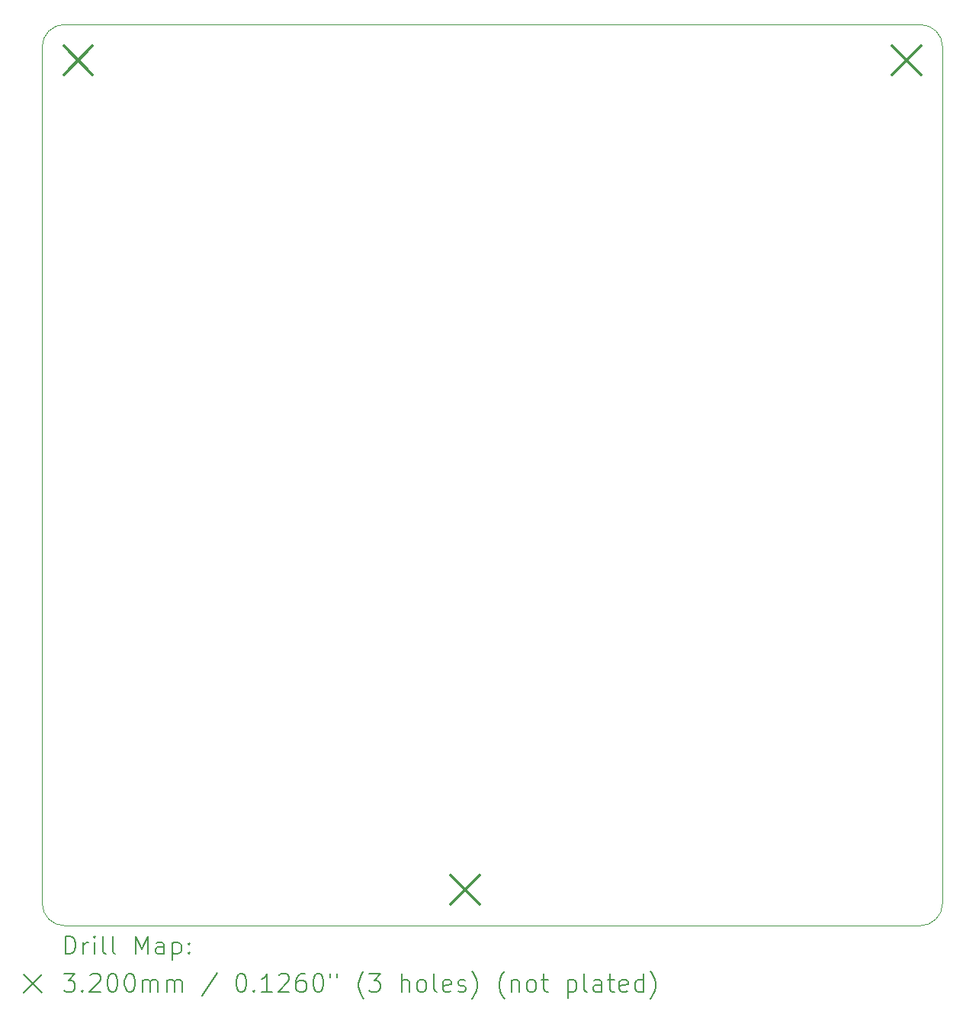
<source format=gbr>
%TF.GenerationSoftware,KiCad,Pcbnew,8.0.3*%
%TF.CreationDate,2025-02-16T14:56:26+13:00*%
%TF.ProjectId,Power-stage-rounded,506f7765-722d-4737-9461-67652d726f75,rev?*%
%TF.SameCoordinates,Original*%
%TF.FileFunction,Drillmap*%
%TF.FilePolarity,Positive*%
%FSLAX45Y45*%
G04 Gerber Fmt 4.5, Leading zero omitted, Abs format (unit mm)*
G04 Created by KiCad (PCBNEW 8.0.3) date 2025-02-16 14:56:26*
%MOMM*%
%LPD*%
G01*
G04 APERTURE LIST*
%ADD10C,0.050000*%
%ADD11C,0.200000*%
%ADD12C,0.320000*%
G04 APERTURE END LIST*
D10*
X20365000Y-4300000D02*
G75*
G02*
X20615000Y-4550000I0J-250000D01*
G01*
X10615000Y-14050000D02*
X10615000Y-4550000D01*
X20615000Y-4550000D02*
X20615000Y-14050000D01*
X10615000Y-4550000D02*
G75*
G02*
X10865000Y-4300000I250000J0D01*
G01*
X10865000Y-4300000D02*
X20365000Y-4300000D01*
X20365000Y-14300000D02*
X10865000Y-14300000D01*
X20615000Y-14050000D02*
G75*
G02*
X20365000Y-14300000I-250000J0D01*
G01*
X10865000Y-14300000D02*
G75*
G02*
X10615000Y-14050000I0J250000D01*
G01*
D11*
D12*
X10855000Y-4540000D02*
X11175000Y-4860000D01*
X11175000Y-4540000D02*
X10855000Y-4860000D01*
X15155000Y-13740000D02*
X15475000Y-14060000D01*
X15475000Y-13740000D02*
X15155000Y-14060000D01*
X20055000Y-4540000D02*
X20375000Y-4860000D01*
X20375000Y-4540000D02*
X20055000Y-4860000D01*
D11*
X10873277Y-14613984D02*
X10873277Y-14413984D01*
X10873277Y-14413984D02*
X10920896Y-14413984D01*
X10920896Y-14413984D02*
X10949467Y-14423508D01*
X10949467Y-14423508D02*
X10968515Y-14442555D01*
X10968515Y-14442555D02*
X10978039Y-14461603D01*
X10978039Y-14461603D02*
X10987563Y-14499698D01*
X10987563Y-14499698D02*
X10987563Y-14528269D01*
X10987563Y-14528269D02*
X10978039Y-14566365D01*
X10978039Y-14566365D02*
X10968515Y-14585412D01*
X10968515Y-14585412D02*
X10949467Y-14604460D01*
X10949467Y-14604460D02*
X10920896Y-14613984D01*
X10920896Y-14613984D02*
X10873277Y-14613984D01*
X11073277Y-14613984D02*
X11073277Y-14480650D01*
X11073277Y-14518746D02*
X11082801Y-14499698D01*
X11082801Y-14499698D02*
X11092324Y-14490174D01*
X11092324Y-14490174D02*
X11111372Y-14480650D01*
X11111372Y-14480650D02*
X11130420Y-14480650D01*
X11197086Y-14613984D02*
X11197086Y-14480650D01*
X11197086Y-14413984D02*
X11187562Y-14423508D01*
X11187562Y-14423508D02*
X11197086Y-14433031D01*
X11197086Y-14433031D02*
X11206610Y-14423508D01*
X11206610Y-14423508D02*
X11197086Y-14413984D01*
X11197086Y-14413984D02*
X11197086Y-14433031D01*
X11320896Y-14613984D02*
X11301848Y-14604460D01*
X11301848Y-14604460D02*
X11292324Y-14585412D01*
X11292324Y-14585412D02*
X11292324Y-14413984D01*
X11425658Y-14613984D02*
X11406610Y-14604460D01*
X11406610Y-14604460D02*
X11397086Y-14585412D01*
X11397086Y-14585412D02*
X11397086Y-14413984D01*
X11654229Y-14613984D02*
X11654229Y-14413984D01*
X11654229Y-14413984D02*
X11720896Y-14556841D01*
X11720896Y-14556841D02*
X11787562Y-14413984D01*
X11787562Y-14413984D02*
X11787562Y-14613984D01*
X11968515Y-14613984D02*
X11968515Y-14509222D01*
X11968515Y-14509222D02*
X11958991Y-14490174D01*
X11958991Y-14490174D02*
X11939943Y-14480650D01*
X11939943Y-14480650D02*
X11901848Y-14480650D01*
X11901848Y-14480650D02*
X11882801Y-14490174D01*
X11968515Y-14604460D02*
X11949467Y-14613984D01*
X11949467Y-14613984D02*
X11901848Y-14613984D01*
X11901848Y-14613984D02*
X11882801Y-14604460D01*
X11882801Y-14604460D02*
X11873277Y-14585412D01*
X11873277Y-14585412D02*
X11873277Y-14566365D01*
X11873277Y-14566365D02*
X11882801Y-14547317D01*
X11882801Y-14547317D02*
X11901848Y-14537793D01*
X11901848Y-14537793D02*
X11949467Y-14537793D01*
X11949467Y-14537793D02*
X11968515Y-14528269D01*
X12063753Y-14480650D02*
X12063753Y-14680650D01*
X12063753Y-14490174D02*
X12082801Y-14480650D01*
X12082801Y-14480650D02*
X12120896Y-14480650D01*
X12120896Y-14480650D02*
X12139943Y-14490174D01*
X12139943Y-14490174D02*
X12149467Y-14499698D01*
X12149467Y-14499698D02*
X12158991Y-14518746D01*
X12158991Y-14518746D02*
X12158991Y-14575888D01*
X12158991Y-14575888D02*
X12149467Y-14594936D01*
X12149467Y-14594936D02*
X12139943Y-14604460D01*
X12139943Y-14604460D02*
X12120896Y-14613984D01*
X12120896Y-14613984D02*
X12082801Y-14613984D01*
X12082801Y-14613984D02*
X12063753Y-14604460D01*
X12244705Y-14594936D02*
X12254229Y-14604460D01*
X12254229Y-14604460D02*
X12244705Y-14613984D01*
X12244705Y-14613984D02*
X12235182Y-14604460D01*
X12235182Y-14604460D02*
X12244705Y-14594936D01*
X12244705Y-14594936D02*
X12244705Y-14613984D01*
X12244705Y-14490174D02*
X12254229Y-14499698D01*
X12254229Y-14499698D02*
X12244705Y-14509222D01*
X12244705Y-14509222D02*
X12235182Y-14499698D01*
X12235182Y-14499698D02*
X12244705Y-14490174D01*
X12244705Y-14490174D02*
X12244705Y-14509222D01*
X10412500Y-14842500D02*
X10612500Y-15042500D01*
X10612500Y-14842500D02*
X10412500Y-15042500D01*
X10854229Y-14833984D02*
X10978039Y-14833984D01*
X10978039Y-14833984D02*
X10911372Y-14910174D01*
X10911372Y-14910174D02*
X10939944Y-14910174D01*
X10939944Y-14910174D02*
X10958991Y-14919698D01*
X10958991Y-14919698D02*
X10968515Y-14929222D01*
X10968515Y-14929222D02*
X10978039Y-14948269D01*
X10978039Y-14948269D02*
X10978039Y-14995888D01*
X10978039Y-14995888D02*
X10968515Y-15014936D01*
X10968515Y-15014936D02*
X10958991Y-15024460D01*
X10958991Y-15024460D02*
X10939944Y-15033984D01*
X10939944Y-15033984D02*
X10882801Y-15033984D01*
X10882801Y-15033984D02*
X10863753Y-15024460D01*
X10863753Y-15024460D02*
X10854229Y-15014936D01*
X11063753Y-15014936D02*
X11073277Y-15024460D01*
X11073277Y-15024460D02*
X11063753Y-15033984D01*
X11063753Y-15033984D02*
X11054229Y-15024460D01*
X11054229Y-15024460D02*
X11063753Y-15014936D01*
X11063753Y-15014936D02*
X11063753Y-15033984D01*
X11149467Y-14853031D02*
X11158991Y-14843508D01*
X11158991Y-14843508D02*
X11178039Y-14833984D01*
X11178039Y-14833984D02*
X11225658Y-14833984D01*
X11225658Y-14833984D02*
X11244705Y-14843508D01*
X11244705Y-14843508D02*
X11254229Y-14853031D01*
X11254229Y-14853031D02*
X11263753Y-14872079D01*
X11263753Y-14872079D02*
X11263753Y-14891127D01*
X11263753Y-14891127D02*
X11254229Y-14919698D01*
X11254229Y-14919698D02*
X11139944Y-15033984D01*
X11139944Y-15033984D02*
X11263753Y-15033984D01*
X11387562Y-14833984D02*
X11406610Y-14833984D01*
X11406610Y-14833984D02*
X11425658Y-14843508D01*
X11425658Y-14843508D02*
X11435182Y-14853031D01*
X11435182Y-14853031D02*
X11444705Y-14872079D01*
X11444705Y-14872079D02*
X11454229Y-14910174D01*
X11454229Y-14910174D02*
X11454229Y-14957793D01*
X11454229Y-14957793D02*
X11444705Y-14995888D01*
X11444705Y-14995888D02*
X11435182Y-15014936D01*
X11435182Y-15014936D02*
X11425658Y-15024460D01*
X11425658Y-15024460D02*
X11406610Y-15033984D01*
X11406610Y-15033984D02*
X11387562Y-15033984D01*
X11387562Y-15033984D02*
X11368515Y-15024460D01*
X11368515Y-15024460D02*
X11358991Y-15014936D01*
X11358991Y-15014936D02*
X11349467Y-14995888D01*
X11349467Y-14995888D02*
X11339943Y-14957793D01*
X11339943Y-14957793D02*
X11339943Y-14910174D01*
X11339943Y-14910174D02*
X11349467Y-14872079D01*
X11349467Y-14872079D02*
X11358991Y-14853031D01*
X11358991Y-14853031D02*
X11368515Y-14843508D01*
X11368515Y-14843508D02*
X11387562Y-14833984D01*
X11578039Y-14833984D02*
X11597086Y-14833984D01*
X11597086Y-14833984D02*
X11616134Y-14843508D01*
X11616134Y-14843508D02*
X11625658Y-14853031D01*
X11625658Y-14853031D02*
X11635182Y-14872079D01*
X11635182Y-14872079D02*
X11644705Y-14910174D01*
X11644705Y-14910174D02*
X11644705Y-14957793D01*
X11644705Y-14957793D02*
X11635182Y-14995888D01*
X11635182Y-14995888D02*
X11625658Y-15014936D01*
X11625658Y-15014936D02*
X11616134Y-15024460D01*
X11616134Y-15024460D02*
X11597086Y-15033984D01*
X11597086Y-15033984D02*
X11578039Y-15033984D01*
X11578039Y-15033984D02*
X11558991Y-15024460D01*
X11558991Y-15024460D02*
X11549467Y-15014936D01*
X11549467Y-15014936D02*
X11539943Y-14995888D01*
X11539943Y-14995888D02*
X11530420Y-14957793D01*
X11530420Y-14957793D02*
X11530420Y-14910174D01*
X11530420Y-14910174D02*
X11539943Y-14872079D01*
X11539943Y-14872079D02*
X11549467Y-14853031D01*
X11549467Y-14853031D02*
X11558991Y-14843508D01*
X11558991Y-14843508D02*
X11578039Y-14833984D01*
X11730420Y-15033984D02*
X11730420Y-14900650D01*
X11730420Y-14919698D02*
X11739943Y-14910174D01*
X11739943Y-14910174D02*
X11758991Y-14900650D01*
X11758991Y-14900650D02*
X11787563Y-14900650D01*
X11787563Y-14900650D02*
X11806610Y-14910174D01*
X11806610Y-14910174D02*
X11816134Y-14929222D01*
X11816134Y-14929222D02*
X11816134Y-15033984D01*
X11816134Y-14929222D02*
X11825658Y-14910174D01*
X11825658Y-14910174D02*
X11844705Y-14900650D01*
X11844705Y-14900650D02*
X11873277Y-14900650D01*
X11873277Y-14900650D02*
X11892324Y-14910174D01*
X11892324Y-14910174D02*
X11901848Y-14929222D01*
X11901848Y-14929222D02*
X11901848Y-15033984D01*
X11997086Y-15033984D02*
X11997086Y-14900650D01*
X11997086Y-14919698D02*
X12006610Y-14910174D01*
X12006610Y-14910174D02*
X12025658Y-14900650D01*
X12025658Y-14900650D02*
X12054229Y-14900650D01*
X12054229Y-14900650D02*
X12073277Y-14910174D01*
X12073277Y-14910174D02*
X12082801Y-14929222D01*
X12082801Y-14929222D02*
X12082801Y-15033984D01*
X12082801Y-14929222D02*
X12092324Y-14910174D01*
X12092324Y-14910174D02*
X12111372Y-14900650D01*
X12111372Y-14900650D02*
X12139943Y-14900650D01*
X12139943Y-14900650D02*
X12158991Y-14910174D01*
X12158991Y-14910174D02*
X12168515Y-14929222D01*
X12168515Y-14929222D02*
X12168515Y-15033984D01*
X12558991Y-14824460D02*
X12387563Y-15081603D01*
X12816134Y-14833984D02*
X12835182Y-14833984D01*
X12835182Y-14833984D02*
X12854229Y-14843508D01*
X12854229Y-14843508D02*
X12863753Y-14853031D01*
X12863753Y-14853031D02*
X12873277Y-14872079D01*
X12873277Y-14872079D02*
X12882801Y-14910174D01*
X12882801Y-14910174D02*
X12882801Y-14957793D01*
X12882801Y-14957793D02*
X12873277Y-14995888D01*
X12873277Y-14995888D02*
X12863753Y-15014936D01*
X12863753Y-15014936D02*
X12854229Y-15024460D01*
X12854229Y-15024460D02*
X12835182Y-15033984D01*
X12835182Y-15033984D02*
X12816134Y-15033984D01*
X12816134Y-15033984D02*
X12797086Y-15024460D01*
X12797086Y-15024460D02*
X12787563Y-15014936D01*
X12787563Y-15014936D02*
X12778039Y-14995888D01*
X12778039Y-14995888D02*
X12768515Y-14957793D01*
X12768515Y-14957793D02*
X12768515Y-14910174D01*
X12768515Y-14910174D02*
X12778039Y-14872079D01*
X12778039Y-14872079D02*
X12787563Y-14853031D01*
X12787563Y-14853031D02*
X12797086Y-14843508D01*
X12797086Y-14843508D02*
X12816134Y-14833984D01*
X12968515Y-15014936D02*
X12978039Y-15024460D01*
X12978039Y-15024460D02*
X12968515Y-15033984D01*
X12968515Y-15033984D02*
X12958991Y-15024460D01*
X12958991Y-15024460D02*
X12968515Y-15014936D01*
X12968515Y-15014936D02*
X12968515Y-15033984D01*
X13168515Y-15033984D02*
X13054229Y-15033984D01*
X13111372Y-15033984D02*
X13111372Y-14833984D01*
X13111372Y-14833984D02*
X13092325Y-14862555D01*
X13092325Y-14862555D02*
X13073277Y-14881603D01*
X13073277Y-14881603D02*
X13054229Y-14891127D01*
X13244706Y-14853031D02*
X13254229Y-14843508D01*
X13254229Y-14843508D02*
X13273277Y-14833984D01*
X13273277Y-14833984D02*
X13320896Y-14833984D01*
X13320896Y-14833984D02*
X13339944Y-14843508D01*
X13339944Y-14843508D02*
X13349467Y-14853031D01*
X13349467Y-14853031D02*
X13358991Y-14872079D01*
X13358991Y-14872079D02*
X13358991Y-14891127D01*
X13358991Y-14891127D02*
X13349467Y-14919698D01*
X13349467Y-14919698D02*
X13235182Y-15033984D01*
X13235182Y-15033984D02*
X13358991Y-15033984D01*
X13530420Y-14833984D02*
X13492325Y-14833984D01*
X13492325Y-14833984D02*
X13473277Y-14843508D01*
X13473277Y-14843508D02*
X13463753Y-14853031D01*
X13463753Y-14853031D02*
X13444706Y-14881603D01*
X13444706Y-14881603D02*
X13435182Y-14919698D01*
X13435182Y-14919698D02*
X13435182Y-14995888D01*
X13435182Y-14995888D02*
X13444706Y-15014936D01*
X13444706Y-15014936D02*
X13454229Y-15024460D01*
X13454229Y-15024460D02*
X13473277Y-15033984D01*
X13473277Y-15033984D02*
X13511372Y-15033984D01*
X13511372Y-15033984D02*
X13530420Y-15024460D01*
X13530420Y-15024460D02*
X13539944Y-15014936D01*
X13539944Y-15014936D02*
X13549467Y-14995888D01*
X13549467Y-14995888D02*
X13549467Y-14948269D01*
X13549467Y-14948269D02*
X13539944Y-14929222D01*
X13539944Y-14929222D02*
X13530420Y-14919698D01*
X13530420Y-14919698D02*
X13511372Y-14910174D01*
X13511372Y-14910174D02*
X13473277Y-14910174D01*
X13473277Y-14910174D02*
X13454229Y-14919698D01*
X13454229Y-14919698D02*
X13444706Y-14929222D01*
X13444706Y-14929222D02*
X13435182Y-14948269D01*
X13673277Y-14833984D02*
X13692325Y-14833984D01*
X13692325Y-14833984D02*
X13711372Y-14843508D01*
X13711372Y-14843508D02*
X13720896Y-14853031D01*
X13720896Y-14853031D02*
X13730420Y-14872079D01*
X13730420Y-14872079D02*
X13739944Y-14910174D01*
X13739944Y-14910174D02*
X13739944Y-14957793D01*
X13739944Y-14957793D02*
X13730420Y-14995888D01*
X13730420Y-14995888D02*
X13720896Y-15014936D01*
X13720896Y-15014936D02*
X13711372Y-15024460D01*
X13711372Y-15024460D02*
X13692325Y-15033984D01*
X13692325Y-15033984D02*
X13673277Y-15033984D01*
X13673277Y-15033984D02*
X13654229Y-15024460D01*
X13654229Y-15024460D02*
X13644706Y-15014936D01*
X13644706Y-15014936D02*
X13635182Y-14995888D01*
X13635182Y-14995888D02*
X13625658Y-14957793D01*
X13625658Y-14957793D02*
X13625658Y-14910174D01*
X13625658Y-14910174D02*
X13635182Y-14872079D01*
X13635182Y-14872079D02*
X13644706Y-14853031D01*
X13644706Y-14853031D02*
X13654229Y-14843508D01*
X13654229Y-14843508D02*
X13673277Y-14833984D01*
X13816134Y-14833984D02*
X13816134Y-14872079D01*
X13892325Y-14833984D02*
X13892325Y-14872079D01*
X14187563Y-15110174D02*
X14178039Y-15100650D01*
X14178039Y-15100650D02*
X14158991Y-15072079D01*
X14158991Y-15072079D02*
X14149468Y-15053031D01*
X14149468Y-15053031D02*
X14139944Y-15024460D01*
X14139944Y-15024460D02*
X14130420Y-14976841D01*
X14130420Y-14976841D02*
X14130420Y-14938746D01*
X14130420Y-14938746D02*
X14139944Y-14891127D01*
X14139944Y-14891127D02*
X14149468Y-14862555D01*
X14149468Y-14862555D02*
X14158991Y-14843508D01*
X14158991Y-14843508D02*
X14178039Y-14814936D01*
X14178039Y-14814936D02*
X14187563Y-14805412D01*
X14244706Y-14833984D02*
X14368515Y-14833984D01*
X14368515Y-14833984D02*
X14301848Y-14910174D01*
X14301848Y-14910174D02*
X14330420Y-14910174D01*
X14330420Y-14910174D02*
X14349468Y-14919698D01*
X14349468Y-14919698D02*
X14358991Y-14929222D01*
X14358991Y-14929222D02*
X14368515Y-14948269D01*
X14368515Y-14948269D02*
X14368515Y-14995888D01*
X14368515Y-14995888D02*
X14358991Y-15014936D01*
X14358991Y-15014936D02*
X14349468Y-15024460D01*
X14349468Y-15024460D02*
X14330420Y-15033984D01*
X14330420Y-15033984D02*
X14273277Y-15033984D01*
X14273277Y-15033984D02*
X14254229Y-15024460D01*
X14254229Y-15024460D02*
X14244706Y-15014936D01*
X14606610Y-15033984D02*
X14606610Y-14833984D01*
X14692325Y-15033984D02*
X14692325Y-14929222D01*
X14692325Y-14929222D02*
X14682801Y-14910174D01*
X14682801Y-14910174D02*
X14663753Y-14900650D01*
X14663753Y-14900650D02*
X14635182Y-14900650D01*
X14635182Y-14900650D02*
X14616134Y-14910174D01*
X14616134Y-14910174D02*
X14606610Y-14919698D01*
X14816134Y-15033984D02*
X14797087Y-15024460D01*
X14797087Y-15024460D02*
X14787563Y-15014936D01*
X14787563Y-15014936D02*
X14778039Y-14995888D01*
X14778039Y-14995888D02*
X14778039Y-14938746D01*
X14778039Y-14938746D02*
X14787563Y-14919698D01*
X14787563Y-14919698D02*
X14797087Y-14910174D01*
X14797087Y-14910174D02*
X14816134Y-14900650D01*
X14816134Y-14900650D02*
X14844706Y-14900650D01*
X14844706Y-14900650D02*
X14863753Y-14910174D01*
X14863753Y-14910174D02*
X14873277Y-14919698D01*
X14873277Y-14919698D02*
X14882801Y-14938746D01*
X14882801Y-14938746D02*
X14882801Y-14995888D01*
X14882801Y-14995888D02*
X14873277Y-15014936D01*
X14873277Y-15014936D02*
X14863753Y-15024460D01*
X14863753Y-15024460D02*
X14844706Y-15033984D01*
X14844706Y-15033984D02*
X14816134Y-15033984D01*
X14997087Y-15033984D02*
X14978039Y-15024460D01*
X14978039Y-15024460D02*
X14968515Y-15005412D01*
X14968515Y-15005412D02*
X14968515Y-14833984D01*
X15149468Y-15024460D02*
X15130420Y-15033984D01*
X15130420Y-15033984D02*
X15092325Y-15033984D01*
X15092325Y-15033984D02*
X15073277Y-15024460D01*
X15073277Y-15024460D02*
X15063753Y-15005412D01*
X15063753Y-15005412D02*
X15063753Y-14929222D01*
X15063753Y-14929222D02*
X15073277Y-14910174D01*
X15073277Y-14910174D02*
X15092325Y-14900650D01*
X15092325Y-14900650D02*
X15130420Y-14900650D01*
X15130420Y-14900650D02*
X15149468Y-14910174D01*
X15149468Y-14910174D02*
X15158991Y-14929222D01*
X15158991Y-14929222D02*
X15158991Y-14948269D01*
X15158991Y-14948269D02*
X15063753Y-14967317D01*
X15235182Y-15024460D02*
X15254230Y-15033984D01*
X15254230Y-15033984D02*
X15292325Y-15033984D01*
X15292325Y-15033984D02*
X15311372Y-15024460D01*
X15311372Y-15024460D02*
X15320896Y-15005412D01*
X15320896Y-15005412D02*
X15320896Y-14995888D01*
X15320896Y-14995888D02*
X15311372Y-14976841D01*
X15311372Y-14976841D02*
X15292325Y-14967317D01*
X15292325Y-14967317D02*
X15263753Y-14967317D01*
X15263753Y-14967317D02*
X15244706Y-14957793D01*
X15244706Y-14957793D02*
X15235182Y-14938746D01*
X15235182Y-14938746D02*
X15235182Y-14929222D01*
X15235182Y-14929222D02*
X15244706Y-14910174D01*
X15244706Y-14910174D02*
X15263753Y-14900650D01*
X15263753Y-14900650D02*
X15292325Y-14900650D01*
X15292325Y-14900650D02*
X15311372Y-14910174D01*
X15387563Y-15110174D02*
X15397087Y-15100650D01*
X15397087Y-15100650D02*
X15416134Y-15072079D01*
X15416134Y-15072079D02*
X15425658Y-15053031D01*
X15425658Y-15053031D02*
X15435182Y-15024460D01*
X15435182Y-15024460D02*
X15444706Y-14976841D01*
X15444706Y-14976841D02*
X15444706Y-14938746D01*
X15444706Y-14938746D02*
X15435182Y-14891127D01*
X15435182Y-14891127D02*
X15425658Y-14862555D01*
X15425658Y-14862555D02*
X15416134Y-14843508D01*
X15416134Y-14843508D02*
X15397087Y-14814936D01*
X15397087Y-14814936D02*
X15387563Y-14805412D01*
X15749468Y-15110174D02*
X15739944Y-15100650D01*
X15739944Y-15100650D02*
X15720896Y-15072079D01*
X15720896Y-15072079D02*
X15711372Y-15053031D01*
X15711372Y-15053031D02*
X15701849Y-15024460D01*
X15701849Y-15024460D02*
X15692325Y-14976841D01*
X15692325Y-14976841D02*
X15692325Y-14938746D01*
X15692325Y-14938746D02*
X15701849Y-14891127D01*
X15701849Y-14891127D02*
X15711372Y-14862555D01*
X15711372Y-14862555D02*
X15720896Y-14843508D01*
X15720896Y-14843508D02*
X15739944Y-14814936D01*
X15739944Y-14814936D02*
X15749468Y-14805412D01*
X15825658Y-14900650D02*
X15825658Y-15033984D01*
X15825658Y-14919698D02*
X15835182Y-14910174D01*
X15835182Y-14910174D02*
X15854230Y-14900650D01*
X15854230Y-14900650D02*
X15882801Y-14900650D01*
X15882801Y-14900650D02*
X15901849Y-14910174D01*
X15901849Y-14910174D02*
X15911372Y-14929222D01*
X15911372Y-14929222D02*
X15911372Y-15033984D01*
X16035182Y-15033984D02*
X16016134Y-15024460D01*
X16016134Y-15024460D02*
X16006611Y-15014936D01*
X16006611Y-15014936D02*
X15997087Y-14995888D01*
X15997087Y-14995888D02*
X15997087Y-14938746D01*
X15997087Y-14938746D02*
X16006611Y-14919698D01*
X16006611Y-14919698D02*
X16016134Y-14910174D01*
X16016134Y-14910174D02*
X16035182Y-14900650D01*
X16035182Y-14900650D02*
X16063753Y-14900650D01*
X16063753Y-14900650D02*
X16082801Y-14910174D01*
X16082801Y-14910174D02*
X16092325Y-14919698D01*
X16092325Y-14919698D02*
X16101849Y-14938746D01*
X16101849Y-14938746D02*
X16101849Y-14995888D01*
X16101849Y-14995888D02*
X16092325Y-15014936D01*
X16092325Y-15014936D02*
X16082801Y-15024460D01*
X16082801Y-15024460D02*
X16063753Y-15033984D01*
X16063753Y-15033984D02*
X16035182Y-15033984D01*
X16158992Y-14900650D02*
X16235182Y-14900650D01*
X16187563Y-14833984D02*
X16187563Y-15005412D01*
X16187563Y-15005412D02*
X16197087Y-15024460D01*
X16197087Y-15024460D02*
X16216134Y-15033984D01*
X16216134Y-15033984D02*
X16235182Y-15033984D01*
X16454230Y-14900650D02*
X16454230Y-15100650D01*
X16454230Y-14910174D02*
X16473277Y-14900650D01*
X16473277Y-14900650D02*
X16511373Y-14900650D01*
X16511373Y-14900650D02*
X16530420Y-14910174D01*
X16530420Y-14910174D02*
X16539944Y-14919698D01*
X16539944Y-14919698D02*
X16549468Y-14938746D01*
X16549468Y-14938746D02*
X16549468Y-14995888D01*
X16549468Y-14995888D02*
X16539944Y-15014936D01*
X16539944Y-15014936D02*
X16530420Y-15024460D01*
X16530420Y-15024460D02*
X16511373Y-15033984D01*
X16511373Y-15033984D02*
X16473277Y-15033984D01*
X16473277Y-15033984D02*
X16454230Y-15024460D01*
X16663753Y-15033984D02*
X16644706Y-15024460D01*
X16644706Y-15024460D02*
X16635182Y-15005412D01*
X16635182Y-15005412D02*
X16635182Y-14833984D01*
X16825658Y-15033984D02*
X16825658Y-14929222D01*
X16825658Y-14929222D02*
X16816135Y-14910174D01*
X16816135Y-14910174D02*
X16797087Y-14900650D01*
X16797087Y-14900650D02*
X16758992Y-14900650D01*
X16758992Y-14900650D02*
X16739944Y-14910174D01*
X16825658Y-15024460D02*
X16806611Y-15033984D01*
X16806611Y-15033984D02*
X16758992Y-15033984D01*
X16758992Y-15033984D02*
X16739944Y-15024460D01*
X16739944Y-15024460D02*
X16730420Y-15005412D01*
X16730420Y-15005412D02*
X16730420Y-14986365D01*
X16730420Y-14986365D02*
X16739944Y-14967317D01*
X16739944Y-14967317D02*
X16758992Y-14957793D01*
X16758992Y-14957793D02*
X16806611Y-14957793D01*
X16806611Y-14957793D02*
X16825658Y-14948269D01*
X16892325Y-14900650D02*
X16968515Y-14900650D01*
X16920896Y-14833984D02*
X16920896Y-15005412D01*
X16920896Y-15005412D02*
X16930420Y-15024460D01*
X16930420Y-15024460D02*
X16949468Y-15033984D01*
X16949468Y-15033984D02*
X16968515Y-15033984D01*
X17111373Y-15024460D02*
X17092325Y-15033984D01*
X17092325Y-15033984D02*
X17054230Y-15033984D01*
X17054230Y-15033984D02*
X17035182Y-15024460D01*
X17035182Y-15024460D02*
X17025658Y-15005412D01*
X17025658Y-15005412D02*
X17025658Y-14929222D01*
X17025658Y-14929222D02*
X17035182Y-14910174D01*
X17035182Y-14910174D02*
X17054230Y-14900650D01*
X17054230Y-14900650D02*
X17092325Y-14900650D01*
X17092325Y-14900650D02*
X17111373Y-14910174D01*
X17111373Y-14910174D02*
X17120896Y-14929222D01*
X17120896Y-14929222D02*
X17120896Y-14948269D01*
X17120896Y-14948269D02*
X17025658Y-14967317D01*
X17292325Y-15033984D02*
X17292325Y-14833984D01*
X17292325Y-15024460D02*
X17273277Y-15033984D01*
X17273277Y-15033984D02*
X17235182Y-15033984D01*
X17235182Y-15033984D02*
X17216135Y-15024460D01*
X17216135Y-15024460D02*
X17206611Y-15014936D01*
X17206611Y-15014936D02*
X17197087Y-14995888D01*
X17197087Y-14995888D02*
X17197087Y-14938746D01*
X17197087Y-14938746D02*
X17206611Y-14919698D01*
X17206611Y-14919698D02*
X17216135Y-14910174D01*
X17216135Y-14910174D02*
X17235182Y-14900650D01*
X17235182Y-14900650D02*
X17273277Y-14900650D01*
X17273277Y-14900650D02*
X17292325Y-14910174D01*
X17368516Y-15110174D02*
X17378039Y-15100650D01*
X17378039Y-15100650D02*
X17397087Y-15072079D01*
X17397087Y-15072079D02*
X17406611Y-15053031D01*
X17406611Y-15053031D02*
X17416135Y-15024460D01*
X17416135Y-15024460D02*
X17425658Y-14976841D01*
X17425658Y-14976841D02*
X17425658Y-14938746D01*
X17425658Y-14938746D02*
X17416135Y-14891127D01*
X17416135Y-14891127D02*
X17406611Y-14862555D01*
X17406611Y-14862555D02*
X17397087Y-14843508D01*
X17397087Y-14843508D02*
X17378039Y-14814936D01*
X17378039Y-14814936D02*
X17368516Y-14805412D01*
M02*

</source>
